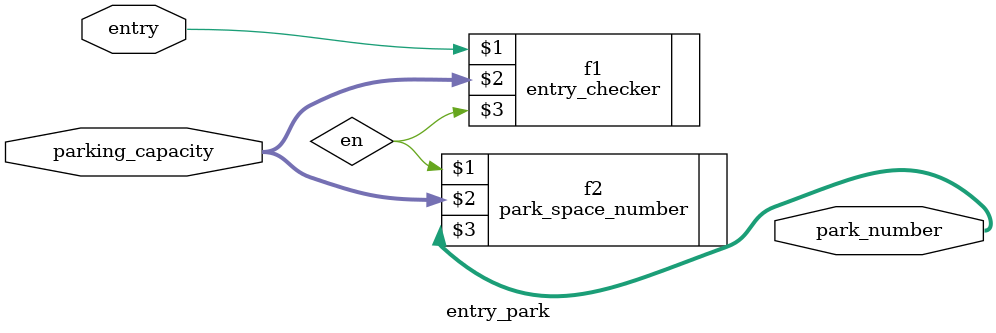
<source format=v>
/*--  *******************************************************
--  Computer Architecture Course, Laboratory Sources 
--  Amirkabir University of Technology (Tehran Polytechnic)
--  Department of Computer Engineering (CE-AUT)
--  https://ce[dot]aut[dot]ac[dot]ir
--  *******************************************************
--  All Rights reserved (C) 2021-2022
--  *******************************************************
--  Student ID  : 
--  Student Name: 
--  Student Mail: 
--  *******************************************************
--  Additional Comments:
--
--*/

/*-----------------------------------------------------------
---  Module Name: entry_park 
-----------------------------------------------------------*/
`timescale 1 ns/1 ns
module entry_park(
 entry,
 parking_capacity,
 park_number);
input entry;
input [7:0] parking_capacity;
output [2:0] park_number;

  wire en;
 entry_checker f1(entry,parking_capacity,en);
 park_space_number f2(en,parking_capacity,park_number);









endmodule
</source>
